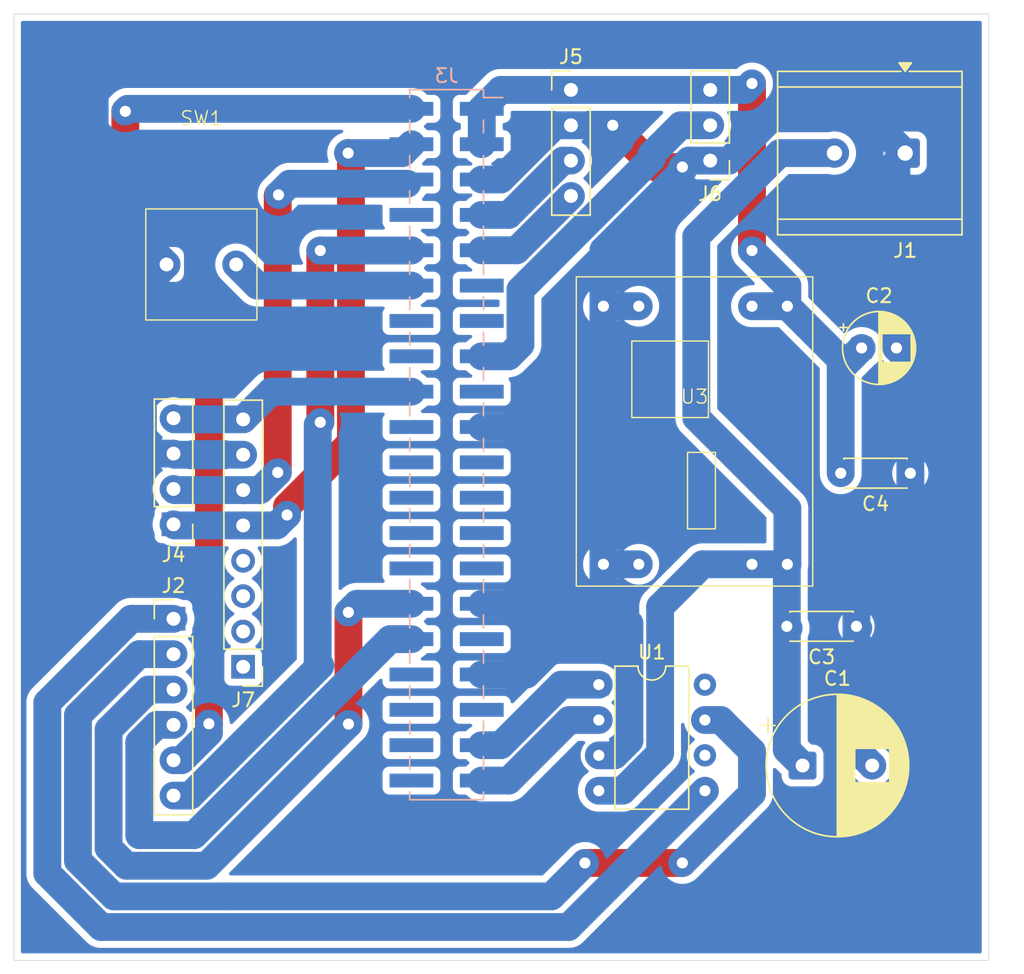
<source format=kicad_pcb>
(kicad_pcb (version 20241229) (generator "pcbnew") (generator_version "9.0")
  (layers (0 "F.Cu" signal) (2 "B.Cu" signal) (13 "F.Paste" user) (15 "B.Paste" user) (5 "F.SilkS" user "F.Silkscreen") (7 "B.SilkS" user "B.Silkscreen") (1 "F.Mask" user) (3 "B.Mask" user) (25 "Edge.Cuts" user))
  (net 0 "")
  (net 1 "GND")
  (net 2 "Net-(J1-Pin_2)")
  (net 3 "Net-(J3-Pin_39)")
  (net 4 "Net-(J2-Pin_3)")
  (net 5 "Net-(J2-Pin_4)")
  (net 6 "Net-(J2-Pin_6)")
  (net 7 "Net-(J2-Pin_1)")
  (net 8 "Net-(J2-Pin_5)")
  (net 9 "Net-(J2-Pin_2)")
  (net 12 "Net-(J3-Pin_37)")
  (net 19 "Net-(J3-Pin_33)")
  (net 21 "Net-(J3-Pin_2)")
  (net 26 "Net-(J3-Pin_6)")
  (net 31 "Net-(J3-Pin_21)")
  (net 32 "Net-(J3-Pin_36)")
  (net 33 "Net-(J3-Pin_3)")
  (net 37 "Net-(J3-Pin_9)")
  (net 39 "Net-(J3-Pin_22)")
  (footprint "wro-fe-25:Tact_Switch_TL59AF160Q_E-Switch" (layer "F.Cu") (at 119.46 88)
    (property "Reference" "SW1" (at 0 -10.5 0) (layer "F.SilkS") (effects (font (thickness 0.1))))
    (property "Value" "SW_Push")
    (pad "1" thru_hole roundrect (at -2.5 0) (size 1.5 1.5) (drill 1) (layers "*.Cu" "*.Mask") (roundrect_rratio 0.09842519685) (net 1 "GND"))
    (pad "2" thru_hole circle (at 2.5 0) (size 1.5 1.5) (drill 1) (layers "*.Cu" "*.Mask") (net 26 "Net-(J3-Pin_6)"))
  )
  (footprint "Connector_PinHeader_2.54mm:PinHeader_1x04_P2.54mm_Vertical" (layer "F.Cu") (at 117.46 106.67 180)
    (property "Reference" "J4" (at 0 -2.19 0) (layer "F.SilkS"))
    (property "Value" "ComPass_Conn_01x04_Pin")
    (pad "1" thru_hole rect (at 0 0 180) (size 1.7 1.7) (drill 1) (layers "*.Cu" "*.Mask") (net 21 "Net-(J3-Pin_2)"))
    (pad "2" thru_hole circle (at 0 2.54 180) (size 1.7 1.7) (drill 1) (layers "*.Cu" "*.Mask") (net 33 "Net-(J3-Pin_3)"))
    (pad "3" thru_hole circle (at 0 5.08 180) (size 1.7 1.7) (drill 1) (layers "*.Cu" "*.Mask") (net 1 "GND"))
    (pad "4" thru_hole circle (at 0 7.62 180) (size 1.7 1.7) (drill 1) (layers "*.Cu" "*.Mask") (net 37 "Net-(J3-Pin_9)"))
  )
  (footprint "Capacitor_THT:C_Disc_D4.3mm_W1.9mm_P5.00mm" (layer "F.Cu") (at 166.5 114 180)
    (property "Reference" "C3" (at 2.5 -2.2 0) (layer "F.SilkS"))
    (property "Value" "0.1uF")
    (pad "1" thru_hole circle (at 0 0 180) (size 1.6 1.6) (drill 0.8) (layers "*.Cu" "*.Mask") (net 1 "GND"))
    (pad "2" thru_hole circle (at 5 0 180) (size 1.6 1.6) (drill 0.8) (layers "*.Cu" "*.Mask") (net 2 "Net-(J1-Pin_2)"))
  )
  (footprint "Capacitor_THT:CP_Radial_D10.0mm_P5.00mm" (layer "F.Cu") (at 162.632323 124)
    (property "Reference" "C1" (at 2.5 -6.25 0) (layer "F.SilkS"))
    (property "Value" "470uF")
    (pad "1" thru_hole roundrect (at 0 0) (size 2 2) (drill 1) (layers "*.Cu" "*.Mask") (roundrect_rratio 0.125) (net 2 "Net-(J1-Pin_2)"))
    (pad "2" thru_hole circle (at 5 0) (size 2 2) (drill 1) (layers "*.Cu" "*.Mask") (net 1 "GND"))
  )
  (footprint "TerminalBlock_TE-Connectivity:TerminalBlock_TE_282834-2_1x02_P5.08mm_Horizontal" (layer "F.Cu") (at 170 80 180)
    (property "Reference" "J1" (at 0 -7 0) (layer "F.SilkS"))
    (property "Value" "Screw_Terminal_01x02")
    (pad "1" thru_hole roundrect (at 0 0 180) (size 2.1 2.1) (drill 1.1) (layers "*.Cu" "*.Mask") (roundrect_rratio 0.119048) (net 1 "GND"))
    (pad "2" thru_hole circle (at 5.08 0 180) (size 2.1 2.1) (drill 1.1) (layers "*.Cu" "*.Mask") (net 2 "Net-(J1-Pin_2)"))
  )
  (footprint "wro-fe-25:Voltage_Regulator_MP1584" (layer "F.Cu") (at 154.872 100)
    (property "Reference" "U3" (at 0 -2.5 0) (layer "F.SilkS") (effects (font (thickness 0.1))))
    (property "Value" "~")
    (pad "1" thru_hole circle (at -6.54 9.542) (size 1.92 1.92) (drill 0.8) (layers "*.Cu" "*.Mask") (net 1 "GND"))
    (pad "2" thru_hole circle (at 6.668 9.542) (size 1.92 1.92) (drill 0.8) (layers "*.Cu" "*.Mask") (net 2 "Net-(J1-Pin_2)"))
    (pad "3" thru_hole circle (at -6.54 -9) (size 1.92 1.92) (drill 0.8) (layers "*.Cu" "*.Mask") (net 1 "GND"))
    (pad "4" thru_hole circle (at 6.668 -9) (size 1.92 1.92) (drill 0.8) (layers "*.Cu" "*.Mask") (net 3 "Net-(J3-Pin_39)"))
    (pad "5" thru_hole circle (at -4 9.542) (size 1.92 1.92) (drill 0.8) (layers "*.Cu" "*.Mask") (net 1 "GND"))
    (pad "6" thru_hole circle (at 4.128 9.542) (size 1.92 1.92) (drill 0.8) (layers "*.Cu" "*.Mask") (net 2 "Net-(J1-Pin_2)"))
    (pad "7" thru_hole circle (at -4 -9) (size 1.92 1.92) (drill 0.8) (layers "*.Cu" "*.Mask") (net 1 "GND"))
    (pad "8" thru_hole circle (at 4.128 -9) (size 1.92 1.92) (drill 0.8) (layers "*.Cu" "*.Mask") (net 3 "Net-(J3-Pin_39)"))
  )
  (footprint "Connector_PinHeader_2.54mm:PinHeader_1x08_P2.54mm_Vertical" (layer "F.Cu") (at 122.46 116.91 180)
    (property "Reference" "J7" (at 0 -2.38 0) (layer "F.SilkS"))
    (property "Value" "Gyro_Conn_01x08_Pin")
    (pad "1" thru_hole rect (at 0 0 180) (size 1.7 1.7) (drill 1) (layers "*.Cu" "*.Mask"))
    (pad "2" thru_hole circle (at 0 2.54 180) (size 1.7 1.7) (drill 1) (layers "*.Cu" "*.Mask"))
    (pad "3" thru_hole circle (at 0 5.08 180) (size 1.7 1.7) (drill 1) (layers "*.Cu" "*.Mask"))
    (pad "4" thru_hole circle (at 0 7.62 180) (size 1.7 1.7) (drill 1) (layers "*.Cu" "*.Mask"))
    (pad "5" thru_hole circle (at 0 10.16 180) (size 1.7 1.7) (drill 1) (layers "*.Cu" "*.Mask") (net 21 "Net-(J3-Pin_2)"))
    (pad "6" thru_hole circle (at 0 12.7 180) (size 1.7 1.7) (drill 1) (layers "*.Cu" "*.Mask") (net 33 "Net-(J3-Pin_3)"))
    (pad "7" thru_hole circle (at 0 15.24 180) (size 1.7 1.7) (drill 1) (layers "*.Cu" "*.Mask") (net 1 "GND"))
    (pad "8" thru_hole circle (at 0 17.78 180) (size 1.7 1.7) (drill 1) (layers "*.Cu" "*.Mask") (net 37 "Net-(J3-Pin_9)"))
  )
  (footprint "Package_DIP:DIP-8_W7.62mm" (layer "F.Cu") (at 148 118.19)
    (property "Reference" "U1" (at 3.81 -2.33 0) (layer "F.SilkS"))
    (property "Value" "~")
    (pad "1" thru_hole roundrect (at 0 0) (size 1.6 1.6) (drill 0.8) (layers "*.Cu" "*.Mask") (roundrect_rratio 0.15625) (net 39 "Net-(J3-Pin_22)"))
    (pad "2" thru_hole circle (at 0 2.54) (size 1.6 1.6) (drill 0.8) (layers "*.Cu" "*.Mask") (net 31 "Net-(J3-Pin_21)"))
    (pad "3" thru_hole circle (at 0 5.08) (size 1.6 1.6) (drill 0.8) (layers "*.Cu" "*.Mask") (net 1 "GND"))
    (pad "4" thru_hole circle (at 0 7.62) (size 1.6 1.6) (drill 0.8) (layers "*.Cu" "*.Mask") (net 2 "Net-(J1-Pin_2)"))
    (pad "5" thru_hole circle (at 7.62 7.62) (size 1.6 1.6) (drill 0.8) (layers "*.Cu" "*.Mask") (net 7 "Net-(J2-Pin_1)"))
    (pad "6" thru_hole circle (at 7.62 5.08) (size 1.6 1.6) (drill 0.8) (layers "*.Cu" "*.Mask"))
    (pad "7" thru_hole circle (at 7.62 2.54) (size 1.6 1.6) (drill 0.8) (layers "*.Cu" "*.Mask") (net 9 "Net-(J2-Pin_2)"))
    (pad "8" thru_hole circle (at 7.62 0) (size 1.6 1.6) (drill 0.8) (layers "*.Cu" "*.Mask"))
  )
  (footprint "Capacitor_THT:CP_Radial_D5.0mm_P2.50mm" (layer "F.Cu") (at 166.872 94)
    (property "Reference" "C2" (at 1.25 -3.75 0) (layer "F.SilkS"))
    (property "Value" "22uF")
    (pad "1" thru_hole roundrect (at 0 0) (size 1.6 1.6) (drill 0.8) (layers "*.Cu" "*.Mask") (roundrect_rratio 0.15625) (net 3 "Net-(J3-Pin_39)"))
    (pad "2" thru_hole circle (at 2.5 0) (size 1.6 1.6) (drill 0.8) (layers "*.Cu" "*.Mask") (net 1 "GND"))
  )
  (footprint "Connector_PinHeader_2.54mm:PinHeader_1x04_P2.54mm_Vertical" (layer "F.Cu") (at 146 75.46)
    (property "Reference" "J5" (at 0 -2.38 0) (layer "F.SilkS"))
    (property "Value" "Lidar_Conn_01x04_Pin")
    (pad "1" thru_hole rect (at 0 0) (size 1.7 1.7) (drill 1) (layers "*.Cu" "*.Mask") (net 3 "Net-(J3-Pin_39)"))
    (pad "2" thru_hole circle (at 0 2.54) (size 1.7 1.7) (drill 1) (layers "*.Cu" "*.Mask") (net 1 "GND"))
    (pad "3" thru_hole circle (at 0 5.08) (size 1.7 1.7) (drill 1) (layers "*.Cu" "*.Mask") (net 12 "Net-(J3-Pin_37)"))
    (pad "4" thru_hole circle (at 0 7.62) (size 1.7 1.7) (drill 1) (layers "*.Cu" "*.Mask") (net 32 "Net-(J3-Pin_36)"))
  )
  (footprint "Connector_PinHeader_2.54mm:PinHeader_1x06_P2.54mm_Vertical" (layer "F.Cu") (at 117.46 113.46)
    (property "Reference" "J2" (at 0 -2.38 0) (layer "F.SilkS"))
    (property "Value" "Motor_Encoder_Conn_01x06_Pin")
    (pad "1" thru_hole rect (at 0 0) (size 1.7 1.7) (drill 1) (layers "*.Cu" "*.Mask") (net 7 "Net-(J2-Pin_1)"))
    (pad "2" thru_hole circle (at 0 2.54) (size 1.7 1.7) (drill 1) (layers "*.Cu" "*.Mask") (net 9 "Net-(J2-Pin_2)"))
    (pad "3" thru_hole circle (at 0 5.08) (size 1.7 1.7) (drill 1) (layers "*.Cu" "*.Mask") (net 4 "Net-(J2-Pin_3)"))
    (pad "4" thru_hole circle (at 0 7.62) (size 1.7 1.7) (drill 1) (layers "*.Cu" "*.Mask") (net 5 "Net-(J2-Pin_4)"))
    (pad "5" thru_hole circle (at 0 10.16) (size 1.7 1.7) (drill 1) (layers "*.Cu" "*.Mask") (net 8 "Net-(J2-Pin_5)"))
    (pad "6" thru_hole circle (at 0 12.7) (size 1.7 1.7) (drill 1) (layers "*.Cu" "*.Mask") (net 6 "Net-(J2-Pin_6)"))
  )
  (footprint "Capacitor_THT:C_Disc_D4.3mm_W1.9mm_P5.00mm" (layer "F.Cu") (at 170.372 103 180)
    (property "Reference" "C4" (at 2.5 -2.2 0) (layer "F.SilkS"))
    (property "Value" "1uF")
    (pad "1" thru_hole circle (at 0 0 180) (size 1.6 1.6) (drill 0.8) (layers "*.Cu" "*.Mask") (net 1 "GND"))
    (pad "2" thru_hole circle (at 5 0 180) (size 1.6 1.6) (drill 0.8) (layers "*.Cu" "*.Mask") (net 3 "Net-(J3-Pin_39)"))
  )
  (footprint "Connector_PinHeader_2.54mm:PinHeader_1x03_P2.54mm_Vertical" (layer "F.Cu") (at 156 80.54 180)
    (property "Reference" "J6" (at 0 -2.38 0) (layer "F.SilkS"))
    (property "Value" "Servo_Conn_01x03_Pin")
    (pad "1" thru_hole rect (at 0 0 180) (size 1.7 1.7) (drill 1) (layers "*.Cu" "*.Mask") (net 1 "GND"))
    (pad "2" thru_hole circle (at 0 2.54 180) (size 1.7 1.7) (drill 1) (layers "*.Cu" "*.Mask") (net 19 "Net-(J3-Pin_33)"))
    (pad "3" thru_hole circle (at 0 5.08 180) (size 1.7 1.7) (drill 1) (layers "*.Cu" "*.Mask") (net 3 "Net-(J3-Pin_39)"))
  )
  (footprint "Connector_PinHeader_2.54mm:PinHeader_2x20_P2.54mm_Vertical_SMD" (layer "B.Cu") (at 137.07 100.95 180)
    (property "Reference" "J3" (at 0 26.51 0) (layer "B.SilkS") (effects (justify mirror)))
    (property "Value" "Raspi_Conn_02x20")
    (pad "1" smd rect (at 2.525 24.13 180) (size 3.15 1) (layers "B.Cu" "B.Mask" "B.Paste") (net 8 "Net-(J2-Pin_5)"))
    (pad "2" smd rect (at 2.525 21.59 180) (size 3.15 1) (layers "B.Cu" "B.Mask" "B.Paste") (net 21 "Net-(J3-Pin_2)"))
    (pad "3" smd rect (at 2.525 19.05 180) (size 3.15 1) (layers "B.Cu" "B.Mask" "B.Paste") (net 33 "Net-(J3-Pin_3)"))
    (pad "4" smd rect (at 2.525 16.51 180) (size 3.15 1) (layers "B.Cu" "B.Mask" "B.Paste"))
    (pad "5" smd rect (at 2.525 13.97 180) (size 3.15 1) (layers "B.Cu" "B.Mask" "B.Paste") (net 6 "Net-(J2-Pin_6)"))
    (pad "6" smd rect (at 2.525 11.43 180) (size 3.15 1) (layers "B.Cu" "B.Mask" "B.Paste") (net 26 "Net-(J3-Pin_6)"))
    (pad "7" smd rect (at 2.525 8.89 180) (size 3.15 1) (layers "B.Cu" "B.Mask" "B.Paste"))
    (pad "8" smd rect (at 2.525 6.35 180) (size 3.15 1) (layers "B.Cu" "B.Mask" "B.Paste"))
    (pad "9" smd rect (at 2.525 3.81 180) (size 3.15 1) (layers "B.Cu" "B.Mask" "B.Paste") (net 37 "Net-(J3-Pin_9)"))
    (pad "10" smd rect (at 2.525 1.27 180) (size 3.15 1) (layers "B.Cu" "B.Mask" "B.Paste"))
    (pad "11" smd rect (at 2.525 -1.27 180) (size 3.15 1) (layers "B.Cu" "B.Mask" "B.Paste"))
    (pad "12" smd rect (at 2.525 -3.81 180) (size 3.15 1) (layers "B.Cu" "B.Mask" "B.Paste"))
    (pad "13" smd rect (at 2.525 -6.35 180) (size 3.15 1) (layers "B.Cu" "B.Mask" "B.Paste"))
    (pad "14" smd rect (at 2.525 -8.89 180) (size 3.15 1) (layers "B.Cu" "B.Mask" "B.Paste"))
    (pad "15" smd rect (at 2.525 -11.43 180) (size 3.15 1) (layers "B.Cu" "B.Mask" "B.Paste") (net 4 "Net-(J2-Pin_3)"))
    (pad "16" smd rect (at 2.525 -13.97 180) (size 3.15 1) (layers "B.Cu" "B.Mask" "B.Paste") (net 5 "Net-(J2-Pin_4)"))
    (pad "17" smd rect (at 2.525 -16.51 180) (size 3.15 1) (layers "B.Cu" "B.Mask" "B.Paste"))
    (pad "18" smd rect (at 2.525 -19.05 180) (size 3.15 1) (layers "B.Cu" "B.Mask" "B.Paste"))
    (pad "19" smd rect (at 2.525 -21.59 180) (size 3.15 1) (layers "B.Cu" "B.Mask" "B.Paste"))
    (pad "20" smd rect (at 2.525 -24.13 180) (size 3.15 1) (layers "B.Cu" "B.Mask" "B.Paste"))
    (pad "21" smd rect (at -2.525 -24.13 180) (size 3.15 1) (layers "B.Cu" "B.Mask" "B.Paste") (net 31 "Net-(J3-Pin_21)"))
    (pad "22" smd rect (at -2.525 -21.59 180) (size 3.15 1) (layers "B.Cu" "B.Mask" "B.Paste") (net 39 "Net-(J3-Pin_22)"))
    (pad "23" smd rect (at -2.525 -19.05 180) (size 3.15 1) (layers "B.Cu" "B.Mask" "B.Paste"))
    (pad "24" smd rect (at -2.525 -16.51 180) (size 3.15 1) (layers "B.Cu" "B.Mask" "B.Paste") (net 1 "GND"))
    (pad "25" smd rect (at -2.525 -13.97 180) (size 3.15 1) (layers "B.Cu" "B.Mask" "B.Paste"))
    (pad "26" smd rect (at -2.525 -11.43 180) (size 3.15 1) (layers "B.Cu" "B.Mask" "B.Paste") (net 1 "GND"))
    (pad "27" smd rect (at -2.525 -8.89 180) (size 3.15 1) (layers "B.Cu" "B.Mask" "B.Paste"))
    (pad "28" smd rect (at -2.525 -6.35 180) (size 3.15 1) (layers "B.Cu" "B.Mask" "B.Paste"))
    (pad "29" smd rect (at -2.525 -3.81 180) (size 3.15 1) (layers "B.Cu" "B.Mask" "B.Paste"))
    (pad "30" smd rect (at -2.525 -1.27 180) (size 3.15 1) (layers "B.Cu" "B.Mask" "B.Paste"))
    (pad "31" smd rect (at -2.525 1.27 180) (size 3.15 1) (layers "B.Cu" "B.Mask" "B.Paste") (net 1 "GND"))
    (pad "32" smd rect (at -2.525 3.81 180) (size 3.15 1) (layers "B.Cu" "B.Mask" "B.Paste"))
    (pad "33" smd rect (at -2.525 6.35 180) (size 3.15 1) (layers "B.Cu" "B.Mask" "B.Paste") (net 19 "Net-(J3-Pin_33)"))
    (pad "34" smd rect (at -2.525 8.89 180) (size 3.15 1) (layers "B.Cu" "B.Mask" "B.Paste"))
    (pad "35" smd rect (at -2.525 11.43 180) (size 3.15 1) (layers "B.Cu" "B.Mask" "B.Paste"))
    (pad "36" smd rect (at -2.525 13.97 180) (size 3.15 1) (layers "B.Cu" "B.Mask" "B.Paste") (net 32 "Net-(J3-Pin_36)"))
    (pad "37" smd rect (at -2.525 16.51 180) (size 3.15 1) (layers "B.Cu" "B.Mask" "B.Paste") (net 12 "Net-(J3-Pin_37)"))
    (pad "38" smd rect (at -2.525 19.05 180) (size 3.15 1) (layers "B.Cu" "B.Mask" "B.Paste") (net 1 "GND"))
    (pad "39" smd rect (at -2.525 21.59 180) (size 3.15 1) (layers "B.Cu" "B.Mask" "B.Paste") (net 3 "Net-(J3-Pin_39)"))
    (pad "40" smd rect (at -2.525 24.13 180) (size 3.15 1) (layers "B.Cu" "B.Mask" "B.Paste") (net 3 "Net-(J3-Pin_39)"))
  )
  (gr_line (start 161.872 109) (end 160.872 110) (stroke (width 0.2)) (layer "B.Cu") (net 2))
  (gr_rect (start 106 70) (end 176 138) (stroke (width 0.05)) (fill no) (layer "Edge.Cuts"))
  (segment (start 152 81) (end 150.5 79.5) (width 2) (layer "F.Cu") (net 1))
  (segment (start 150.5 79.5) (end 149 78) (width 2) (layer "F.Cu") (net 1))
  (segment (start 154 81) (end 152 81) (width 2) (layer "F.Cu") (net 1))
  (via (at 149 78) (size 2) (drill 0.8) (layers "F.Cu" "B.Cu") (net 1))
  (via (at 154 81) (size 2) (drill 0.8) (layers "F.Cu" "B.Cu") (net 1))
  (segment (start 154 81.305368) (end 154 81) (width 2) (layer "B.Cu") (net 1))
  (segment (start 170.372 108.628) (end 170.372 103) (width 2) (layer "B.Cu") (net 1))
  (segment (start 170.372 95) (end 169.372 94) (width 2) (layer "B.Cu") (net 1))
  (segment (start 148.012 99.68) (end 148.332 100) (width 2) (layer "B.Cu") (net 1))
  (segment (start 169.372 80.628) (end 170 80) (width 2) (layer "B.Cu") (net 1))
  (segment (start 144.854632 78) (end 146 78) (width 2) (layer "B.Cu") (net 1))
  (segment (start 111.799 74.201) (end 114 72) (width 2) (layer "B.Cu") (net 1))
  (segment (start 166.5 112.5) (end 170.372 108.628) (width 2) (layer "B.Cu") (net 1))
  (segment (start 157.347316 80.54) (end 156 80.54) (width 2) (layer "B.Cu") (net 1))
  (segment (start 111.799 82.839) (end 111.799 74.201) (width 2) (layer "B.Cu") (net 1))
  (segment (start 154.46 80.54) (end 154 81) (width 2) (layer "B.Cu") (net 1))
  (segment (start 116.96 88) (end 111.799 82.839) (width 2) (layer "B.Cu") (net 1))
  (segment (start 149.13137 123.27) (end 148 123.27) (width 2) (layer "B.Cu") (net 1))
  (segment (start 115.259 100.591081) (end 116.257919 101.59) (width 2) (layer "B.Cu") (net 1))
  (segment (start 148.332 109.542) (end 150.872 109.542) (width 2) (layer "B.Cu") (net 1))
  (segment (start 148.332 109.542) (end 148.332 106) (width 2) (layer "B.Cu") (net 1))
  (segment (start 117.54 101.67) (end 117.46 101.59) (width 2) (layer "B.Cu") (net 1))
  (segment (start 162 72) (end 167 77) (width 2) (layer "B.Cu") (net 1))
  (segment (start 148.332 100) (end 148.332 91) (width 2) (layer "B.Cu") (net 1))
  (segment (start 142.802116 117.46) (end 148.332 111.930116) (width 2) (layer "B.Cu") (net 1))
  (segment (start 148.332 111.930116) (end 148.332 109.542) (width 2) (layer "B.Cu") (net 1))
  (segment (start 169.372 94) (end 169.372 80.628) (width 2) (layer "B.Cu") (net 1))
  (segment (start 140.954632 81.9) (end 144.854632 78) (width 2) (layer "B.Cu") (net 1))
  (segment (start 166.5 114) (end 166.5 122.867677) (width 2) (layer "B.Cu") (net 1))
  (segment (start 148.332 86.973368) (end 154 81.305368) (width 2) (layer "B.Cu") (net 1))
  (segment (start 150.201 113.799116) (end 148.332 111.930116) (width 2) (layer "B.Cu") (net 1))
  (segment (start 167 77) (end 160.887316 77) (width 2) (layer "B.Cu") (net 1))
  (segment (start 141.952 112.38) (end 148.332 106) (width 2) (layer "B.Cu") (net 1))
  (segment (start 148.332 91) (end 148.332 86.973368) (width 2) (layer "B.Cu") (net 1))
  (segment (start 148.332 106) (end 148.332 100) (width 2) (layer "B.Cu") (net 1))
  (segment (start 139.595 117.46) (end 142.802116 117.46) (width 2) (layer "B.Cu") (net 1))
  (segment (start 166.5 114) (end 166.5 112.5) (width 2) (layer "B.Cu") (net 1))
  (segment (start 114 72) (end 162 72) (width 2) (layer "B.Cu") (net 1))
  (segment (start 150.201 122.20037) (end 149.13137 123.27) (width 2) (layer "B.Cu") (net 1))
  (segment (start 170.372 103) (end 170.372 95) (width 2) (layer "B.Cu") (net 1))
  (segment (start 166.632323 114.132323) (end 166.5 114) (width 2) (layer "B.Cu") (net 1))
  (segment (start 139.595 99.68) (end 148.012 99.68) (width 2) (layer "B.Cu") (net 1))
  (segment (start 116.257919 101.59) (end 117.46 101.59) (width 2) (layer "B.Cu") (net 1))
  (segment (start 139.595 112.38) (end 141.952 112.38) (width 2) (layer "B.Cu") (net 1))
  (segment (start 150.872 91) (end 148.332 91) (width 2) (layer "B.Cu") (net 1))
  (segment (start 115.259 89.701) (end 115.259 100.591081) (width 2) (layer "B.Cu") (net 1))
  (segment (start 156 80.54) (end 154.46 80.54) (width 2) (layer "B.Cu") (net 1))
  (segment (start 160.887316 77) (end 157.347316 80.54) (width 2) (layer "B.Cu") (net 1))
  (segment (start 170 80) (end 167 77) (width 2) (layer "B.Cu") (net 1))
  (segment (start 116.96 88) (end 115.259 89.701) (width 2) (layer "B.Cu") (net 1))
  (segment (start 149 78) (end 146 78) (width 2) (layer "B.Cu") (net 1))
  (segment (start 150.201 113.799116) (end 150.201 122.20037) (width 2) (layer "B.Cu") (net 1))
  (segment (start 139.595 81.9) (end 140.954632 81.9) (width 2) (layer "B.Cu") (net 1))
  (segment (start 122.46 101.67) (end 117.54 101.67) (width 2) (layer "B.Cu") (net 1))
  (segment (start 166.5 122.867677) (end 167.632323 124) (width 2) (layer "B.Cu") (net 1))
  (segment (start 161.5 109.582) (end 161.54 109.542) (width 2) (layer "B.Cu") (net 2))
  (segment (start 149.704054 125.81) (end 152.402 123.112054) (width 2) (layer "B.Cu") (net 2))
  (segment (start 155 99) (end 161.54 105.54) (width 2) (layer "B.Cu") (net 2))
  (segment (start 161.5 122.867677) (end 162.632323 124) (width 2) (layer "B.Cu") (net 2))
  (segment (start 164.92 80) (end 161 80) (width 2) (layer "B.Cu") (net 2))
  (segment (start 161.5 114) (end 161.5 109.582) (width 2) (layer "B.Cu") (net 2))
  (segment (start 161.632323 114.132323) (end 161.5 114) (width 2) (layer "B.Cu") (net 2))
  (segment (start 155.458 109.542) (end 159 109.542) (width 2) (layer "B.Cu") (net 2))
  (segment (start 161.54 109.542) (end 159 109.542) (width 2) (layer "B.Cu") (net 2))
  (segment (start 161.54 105.54) (end 161.54 109.542) (width 2) (layer "B.Cu") (net 2))
  (segment (start 152.402 123.112054) (end 152.402 112.598) (width 2) (layer "B.Cu") (net 2))
  (segment (start 148 125.81) (end 149.704054 125.81) (width 2) (layer "B.Cu") (net 2))
  (segment (start 161.5 114) (end 161.5 122.867677) (width 2) (layer "B.Cu") (net 2))
  (segment (start 161 80) (end 155 86) (width 2) (layer "B.Cu") (net 2))
  (segment (start 155 86) (end 155 99) (width 2) (layer "B.Cu") (net 2))
  (segment (start 152.402 112.598) (end 155.458 109.542) (width 2) (layer "B.Cu") (net 2))
  (segment (start 159 75) (end 159 87) (width 2) (layer "F.Cu") (net 3))
  (via (at 159 87) (size 2) (drill 0.8) (layers "F.Cu" "B.Cu") (net 3))
  (via (at 159 75) (size 2) (drill 0.8) (layers "F.Cu" "B.Cu") (net 3))
  (segment (start 158.54 75.46) (end 159 75) (width 2) (layer "B.Cu") (net 3))
  (segment (start 165.372 94.832) (end 161.54 91) (width 2) (layer "B.Cu") (net 3))
  (segment (start 140.955 75.46) (end 146 75.46) (width 2) (layer "B.Cu") (net 3))
  (segment (start 139.595 76.82) (end 140.955 75.46) (width 2) (layer "B.Cu") (net 3))
  (segment (start 159 91) (end 161.54 91) (width 2) (layer "B.Cu") (net 3))
  (segment (start 165.372 95.5) (end 166.872 94) (width 2) (layer "B.Cu") (net 3))
  (segment (start 165.372 95.5) (end 165.372 94.832) (width 2) (layer "B.Cu") (net 3))
  (segment (start 165.372 103) (end 165.372 95.5) (width 2) (layer "B.Cu") (net 3))
  (segment (start 156 75.46) (end 158.54 75.46) (width 2) (layer "B.Cu") (net 3))
  (segment (start 156 75.46) (end 146 75.46) (width 2) (layer "B.Cu") (net 3))
  (segment (start 159 87) (end 161.54 89.54) (width 2) (layer "B.Cu") (net 3))
  (segment (start 139.595 79.36) (end 139.595 76.82) (width 2) (layer "B.Cu") (net 3))
  (segment (start 161.54 89.54) (end 161.54 91) (width 2) (layer "B.Cu") (net 3))
  (segment (start 130.023018 112.999458) (end 130.016403 112.992843) (width 2) (layer "F.Cu") (net 4))
  (segment (start 130 121) (end 130.023018 121.023018) (width 2) (layer "F.Cu") (net 4))
  (segment (start 130.023018 121.023018) (end 130.023018 112.999458) (width 2) (layer "F.Cu") (net 4))
  (via (at 130.016403 112.992843) (size 2) (drill 0.8) (layers "F.Cu" "B.Cu") (net 4))
  (via (at 130.023018 121.023018) (size 2) (drill 0.8) (layers "F.Cu" "B.Cu") (net 4))
  (segment (start 119.845036 131.201) (end 114.088316 131.201) (width 2) (layer "B.Cu") (net 4))
  (segment (start 112.799 121.426235) (end 115.685235 118.54) (width 2) (layer "B.Cu") (net 4))
  (segment (start 115.685235 118.54) (end 117.46 118.54) (width 2) (layer "B.Cu") (net 4))
  (segment (start 130.023018 121.023018) (end 119.845036 131.201) (width 2) (layer "B.Cu") (net 4))
  (segment (start 112.799 129.911684) (end 112.799 121.426235) (width 2) (layer "B.Cu") (net 4))
  (segment (start 130.016403 112.992843) (end 130.629246 112.38) (width 2) (layer "B.Cu") (net 4))
  (segment (start 114.088316 131.201) (end 112.799 129.911684) (width 2) (layer "B.Cu") (net 4))
  (segment (start 130.629246 112.38) (end 134.545 112.38) (width 2) (layer "B.Cu") (net 4))
  (segment (start 115 129) (end 118.934765 129) (width 2) (layer "B.Cu") (net 5))
  (segment (start 116.257919 121.08) (end 115 122.337919) (width 2) (layer "B.Cu") (net 5))
  (segment (start 115 122.337919) (end 115 129) (width 2) (layer "B.Cu") (net 5))
  (segment (start 133.014765 114.92) (end 134.545 114.92) (width 2) (layer "B.Cu") (net 5))
  (segment (start 117.46 121.08) (end 116.257919 121.08) (width 2) (layer "B.Cu") (net 5))
  (segment (start 118.934765 129) (end 133.014765 114.92) (width 2) (layer "B.Cu") (net 5))
  (segment (start 128 87) (end 128 99.34) (width 2) (layer "F.Cu") (net 6))
  (via (at 128 87) (size 2) (drill 0.8) (layers "F.Cu" "B.Cu") (net 6))
  (via (at 128 99.34) (size 2) (drill 0.8) (layers "F.Cu" "B.Cu") (net 6))
  (segment (start 118.662081 126.16) (end 117.46 126.16) (width 2) (layer "B.Cu") (net 6))
  (segment (start 127.815403 99.524597) (end 128 99.34) (width 2) (layer "B.Cu") (net 6))
  (segment (start 134.525 87) (end 134.545 86.98) (width 2) (layer "B.Cu") (net 6))
  (segment (start 127.815403 116.637484) (end 127.815403 99.524597) (width 2) (layer "B.Cu") (net 6))
  (segment (start 128 116.822081) (end 127.815403 116.637484) (width 2) (layer "B.Cu") (net 6))
  (segment (start 128 87) (end 134.525 87) (width 2) (layer "B.Cu") (net 6))
  (segment (start 128 116.822081) (end 118.662081 126.16) (width 2) (layer "B.Cu") (net 6))
  (segment (start 117.46 113.46) (end 114.427316 113.46) (width 2) (layer "B.Cu") (net 7))
  (segment (start 112.263948 135.602) (end 145.828 135.602) (width 2) (layer "B.Cu") (net 7))
  (segment (start 145.828 135.602) (end 155.62 125.81) (width 2) (layer "B.Cu") (net 7))
  (segment (start 108.397 131.735052) (end 112.263948 135.602) (width 2) (layer "B.Cu") (net 7))
  (segment (start 114.427316 113.46) (end 108.397 119.490316) (width 2) (layer "B.Cu") (net 7))
  (segment (start 108.397 119.490316) (end 108.397 131.735052) (width 2) (layer "B.Cu") (net 7))
  (segment (start 114 95) (end 114 77) (width 2) (layer "F.Cu") (net 8))
  (segment (start 118 95) (end 114 95) (width 2) (layer "F.Cu") (net 8))
  (segment (start 120 121) (end 120 97) (width 2) (layer "F.Cu") (net 8))
  (segment (start 120 97) (end 118 95) (width 2) (layer "F.Cu") (net 8))
  (via (at 114 77) (size 2) (drill 0.8) (layers "F.Cu" "B.Cu") (net 8))
  (via (at 120 121) (size 2) (drill 0.8) (layers "F.Cu" "B.Cu") (net 8))
  (segment (start 118.032684 123.62) (end 120 121.652684) (width 2) (layer "B.Cu") (net 8))
  (segment (start 114.18 76.82) (end 134.545 76.82) (width 2) (layer "B.Cu") (net 8))
  (segment (start 114 77) (end 114.18 76.82) (width 2) (layer "B.Cu") (net 8))
  (segment (start 120 121.652684) (end 120 121) (width 2) (layer "B.Cu") (net 8))
  (segment (start 117.46 123.62) (end 118.032684 123.62) (width 2) (layer "B.Cu") (net 8))
  (segment (start 147 131) (end 154 131) (width 2) (layer "F.Cu") (net 9))
  (via (at 147 131) (size 2) (drill 0.8) (layers "F.Cu" "B.Cu") (net 9))
  (via (at 154 131) (size 2) (drill 0.8) (layers "F.Cu" "B.Cu") (net 9))
  (segment (start 121.598 133.402) (end 144.598 133.402) (width 2) (layer "B.Cu") (net 9))
  (segment (start 110.598 130.823368) (end 110.598 120.402) (width 2) (layer "B.Cu") (net 9))
  (segment (start 159 122.97863) (end 156.75137 120.73) (width 2) (layer "B.Cu") (net 9))
  (segment (start 159 126) (end 159 122.97863) (width 2) (layer "B.Cu") (net 9))
  (segment (start 121.598 133.402) (end 113.176632 133.402) (width 2) (layer "B.Cu") (net 9))
  (segment (start 115 116) (end 117.46 116) (width 2) (layer "B.Cu") (net 9))
  (segment (start 156.75137 120.73) (end 155.62 120.73) (width 2) (layer "B.Cu") (net 9))
  (segment (start 144.598 133.402) (end 147 131) (width 2) (layer "B.Cu") (net 9))
  (segment (start 110.598 120.402) (end 115 116) (width 2) (layer "B.Cu") (net 9))
  (segment (start 154 131) (end 159 126) (width 2) (layer "B.Cu") (net 9))
  (segment (start 113.176632 133.402) (end 110.598 130.823368) (width 2) (layer "B.Cu") (net 9))
  (segment (start 141.527316 84.44) (end 145.427316 80.54) (width 2) (layer "B.Cu") (net 12))
  (segment (start 139.595 84.44) (end 141.527316 84.44) (width 2) (layer "B.Cu") (net 12))
  (segment (start 145.427316 80.54) (end 146 80.54) (width 2) (layer "B.Cu") (net 12))
  (segment (start 141.532 94.6) (end 139.595 94.6) (width 2) (layer "B.Cu") (net 19))
  (segment (start 142.371 89.821684) (end 142.371 93.761) (width 2) (layer "B.Cu") (net 19))
  (segment (start 152.443658 79.443657) (end 151.799 80.088316) (width 2) (layer "B.Cu") (net 19))
  (segment (start 151.799 80.088316) (end 151.799 80.393684) (width 2) (layer "B.Cu") (net 19))
  (segment (start 153.887316 78) (end 152.443658 79.443657) (width 2) (layer "B.Cu") (net 19))
  (segment (start 142.371 93.761) (end 141.532 94.6) (width 2) (layer "B.Cu") (net 19))
  (segment (start 151.799 80.393684) (end 142.371 89.821684) (width 2) (layer "B.Cu") (net 19))
  (segment (start 156 78) (end 153.887316 78) (width 2) (layer "B.Cu") (net 19))
  (segment (start 130 101) (end 130.201 100.799) (width 2) (layer "F.Cu") (net 21))
  (segment (start 125.615403 106) (end 125.615403 105.384597) (width 2) (layer "F.Cu") (net 21))
  (segment (start 125.615403 105.384597) (end 130 101) (width 2) (layer "F.Cu") (net 21))
  (segment (start 130.201 100.799) (end 130.201 80.201) (width 2) (layer "F.Cu") (net 21))
  (segment (start 130.201 80.201) (end 130 80) (width 2) (layer "F.Cu") (net 21))
  (via (at 125.615403 106) (size 2) (drill 0.8) (layers "F.Cu" "B.Cu") (net 21))
  (via (at 130 80) (size 2) (drill 0.8) (layers "F.Cu" "B.Cu") (net 21))
  (segment (start 122.46 106.75) (end 117.54 106.75) (width 2) (layer "B.Cu") (net 21))
  (segment (start 122.46 106.75) (end 124.865403 106.75) (width 2) (layer "B.Cu") (net 21))
  (segment (start 124.865403 106.75) (end 125.615403 106) (width 2) (layer "B.Cu") (net 21))
  (segment (start 133.905 80) (end 134.545 79.36) (width 2) (layer "B.Cu") (net 21))
  (segment (start 117.54 106.75) (end 117.46 106.67) (width 2) (layer "B.Cu") (net 21))
  (segment (start 130 80) (end 133.905 80) (width 2) (layer "B.Cu") (net 21))
  (segment (start 121.96 88) (end 123.48 89.52) (width 2) (layer "B.Cu") (net 26))
  (segment (start 123.48 89.52) (end 134.545 89.52) (width 2) (layer "B.Cu") (net 26))
  (segment (start 139.595 125.08) (end 141.532 125.08) (width 2) (layer "B.Cu") (net 31))
  (segment (start 141.532 125.08) (end 145.882 120.73) (width 2) (layer "B.Cu") (net 31))
  (segment (start 145.882 120.73) (end 148 120.73) (width 2) (layer "B.Cu") (net 31))
  (segment (start 142.1 86.98) (end 139.595 86.98) (width 2) (layer "B.Cu") (net 32))
  (segment (start 146 83.08) (end 142.1 86.98) (width 2) (layer "B.Cu") (net 32))
  (segment (start 124.944365 102.944365) (end 124.944365 83.055635) (width 2) (layer "F.Cu") (net 33))
  (segment (start 124.944365 83.055635) (end 125 83) (width 2) (layer "F.Cu") (net 33))
  (via (at 125 83) (size 2) (drill 0.8) (layers "F.Cu" "B.Cu") (net 33))
  (via (at 124.944365 102.944365) (size 2) (drill 0.8) (layers "F.Cu" "B.Cu") (net 33))
  (segment (start 123.67873 104.21) (end 124.944365 102.944365) (width 2) (layer "B.Cu") (net 33))
  (segment (start 122.46 104.21) (end 123.67873 104.21) (width 2) (layer "B.Cu") (net 33))
  (segment (start 122.46 104.21) (end 117.54 104.21) (width 2) (layer "B.Cu") (net 33))
  (segment (start 125.799 82.201) (end 134.244 82.201) (width 2) (layer "B.Cu") (net 33))
  (segment (start 117.54 104.21) (end 117.46 104.13) (width 2) (layer "B.Cu") (net 33))
  (segment (start 125 83) (end 125.799 82.201) (width 2) (layer "B.Cu") (net 33))
  (segment (start 122.46 99.13) (end 124.45 97.14) (width 2) (layer "B.Cu") (net 37))
  (segment (start 122.46 99.13) (end 117.54 99.13) (width 2) (layer "B.Cu") (net 37))
  (segment (start 117.54 99.13) (end 117.46 99.05) (width 2) (layer "B.Cu") (net 37))
  (segment (start 124.45 97.14) (end 134.545 97.14) (width 2) (layer "B.Cu") (net 37))
  (segment (start 140.959316 122.54) (end 145.309316 118.19) (width 2) (layer "B.Cu") (net 39))
  (segment (start 145.309316 118.19) (end 148 118.19) (width 2) (layer "B.Cu") (net 39))
  (segment (start 139.595 122.54) (end 140.959316 122.54) (width 2) (layer "B.Cu") (net 39))
  (zone (net 1) (net_name "GND") (layer "B.Cu") (connect_pads no (clearance 0.5)) (min_thickness 0.25) (fill yes (thermal_gap 0.5) (thermal_bridge_width 0.5))
    (polygon (pts (xy 105 69) (xy 105 139) (xy 177 139) (xy 177 69)))
  )
)
</source>
